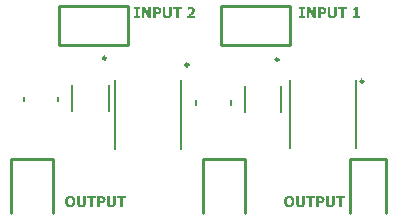
<source format=gbr>
%TF.GenerationSoftware,Altium Limited,Altium Designer,24.4.1 (13)*%
G04 Layer_Color=65535*
%FSLAX45Y45*%
%MOMM*%
%TF.SameCoordinates,7B1AB626-E082-4622-BD47-E970353866B2*%
%TF.FilePolarity,Positive*%
%TF.FileFunction,Legend,Top*%
%TF.Part,Single*%
G01*
G75*
%TA.AperFunction,NonConductor*%
%ADD18C,0.25000*%
%ADD19C,0.20000*%
%ADD20C,0.25400*%
G36*
X7712551Y12066905D02*
X7690358D01*
X7655020Y12130818D01*
Y12066905D01*
X7633970D01*
Y12158631D01*
X7662164D01*
X7691501Y12106053D01*
Y12158631D01*
X7712551D01*
Y12066905D01*
D02*
G37*
G36*
X7889716Y12100052D02*
Y12099861D01*
Y12099290D01*
X7889621Y12098433D01*
X7889526Y12097290D01*
X7889430Y12095861D01*
X7889240Y12094242D01*
X7888859Y12092432D01*
X7888478Y12090432D01*
X7888002Y12088431D01*
X7887335Y12086241D01*
X7886573Y12084050D01*
X7885620Y12081954D01*
X7884477Y12079859D01*
X7883239Y12077763D01*
X7881715Y12075858D01*
X7880001Y12074049D01*
X7879905Y12073953D01*
X7879524Y12073668D01*
X7878953Y12073191D01*
X7878191Y12072620D01*
X7877143Y12071953D01*
X7875905Y12071191D01*
X7874476Y12070334D01*
X7872762Y12069572D01*
X7870857Y12068715D01*
X7868666Y12067857D01*
X7866380Y12067096D01*
X7863808Y12066429D01*
X7860951Y12065857D01*
X7857903Y12065381D01*
X7854664Y12065095D01*
X7851235Y12065000D01*
X7850378D01*
X7849425Y12065095D01*
X7848187D01*
X7846663Y12065286D01*
X7844853Y12065476D01*
X7842853Y12065762D01*
X7840758Y12066143D01*
X7838472Y12066619D01*
X7836186Y12067191D01*
X7833804Y12067857D01*
X7831423Y12068715D01*
X7829137Y12069763D01*
X7826851Y12070906D01*
X7824756Y12072334D01*
X7822755Y12073858D01*
X7822660Y12073953D01*
X7822374Y12074239D01*
X7821803Y12074811D01*
X7821232Y12075573D01*
X7820470Y12076430D01*
X7819612Y12077573D01*
X7818755Y12078906D01*
X7817803Y12080526D01*
X7816850Y12082240D01*
X7815993Y12084145D01*
X7815135Y12086336D01*
X7814373Y12088622D01*
X7813802Y12091194D01*
X7813326Y12093956D01*
X7812945Y12096813D01*
X7812850Y12099957D01*
Y12158631D01*
X7835900D01*
Y12101386D01*
Y12101290D01*
Y12101004D01*
Y12100433D01*
X7835995Y12099861D01*
Y12099004D01*
X7836090Y12098147D01*
X7836186Y12097099D01*
X7836376Y12096051D01*
X7836757Y12093766D01*
X7837424Y12091384D01*
X7838281Y12089193D01*
X7838853Y12088146D01*
X7839424Y12087193D01*
Y12087098D01*
X7839615Y12087003D01*
X7840091Y12086431D01*
X7841043Y12085764D01*
X7841615Y12085288D01*
X7842282Y12084907D01*
X7843044Y12084431D01*
X7843901Y12084050D01*
X7844853Y12083574D01*
X7845901Y12083288D01*
X7847140Y12083002D01*
X7848378Y12082716D01*
X7849711Y12082621D01*
X7851235Y12082526D01*
X7851997D01*
X7852569Y12082621D01*
X7853140D01*
X7853902Y12082812D01*
X7855617Y12083097D01*
X7857522Y12083669D01*
X7859522Y12084431D01*
X7861332Y12085574D01*
X7862094Y12086241D01*
X7862856Y12087003D01*
Y12087098D01*
X7863046Y12087193D01*
X7863237Y12087479D01*
X7863427Y12087860D01*
X7863713Y12088336D01*
X7864094Y12088908D01*
X7864380Y12089670D01*
X7864761Y12090527D01*
X7865142Y12091384D01*
X7865427Y12092527D01*
X7865808Y12093670D01*
X7866094Y12095004D01*
X7866285Y12096337D01*
X7866475Y12097956D01*
X7866666Y12099576D01*
Y12101386D01*
Y12158631D01*
X7889716D01*
Y12100052D01*
D02*
G37*
G36*
X8054308Y12160440D02*
X8055737Y12160345D01*
X8057261Y12160155D01*
X8058975Y12159964D01*
X8060880Y12159583D01*
X8062881Y12159202D01*
X8064881Y12158726D01*
X8066976Y12158154D01*
X8068977Y12157488D01*
X8070977Y12156630D01*
X8072977Y12155583D01*
X8074787Y12154535D01*
X8076406Y12153201D01*
X8076502Y12153106D01*
X8076787Y12152820D01*
X8077168Y12152439D01*
X8077740Y12151868D01*
X8078406Y12151106D01*
X8079073Y12150249D01*
X8079835Y12149106D01*
X8080693Y12147963D01*
X8081454Y12146534D01*
X8082216Y12145010D01*
X8082883Y12143296D01*
X8083550Y12141486D01*
X8084122Y12139486D01*
X8084503Y12137390D01*
X8084788Y12135104D01*
X8084883Y12132723D01*
Y12132627D01*
Y12132342D01*
Y12131961D01*
X8084788Y12131294D01*
Y12130627D01*
X8084693Y12129770D01*
X8084598Y12128817D01*
X8084407Y12127674D01*
X8083931Y12125293D01*
X8083264Y12122626D01*
X8082312Y12119769D01*
X8080978Y12116816D01*
Y12116721D01*
X8080788Y12116435D01*
X8080597Y12116054D01*
X8080216Y12115483D01*
X8079835Y12114720D01*
X8079264Y12113863D01*
X8078692Y12112911D01*
X8077930Y12111768D01*
X8077168Y12110625D01*
X8076216Y12109291D01*
X8075168Y12107958D01*
X8074025Y12106434D01*
X8072787Y12104910D01*
X8071358Y12103386D01*
X8069929Y12101671D01*
X8068310Y12100052D01*
X8068215Y12099957D01*
X8068024Y12099766D01*
X8067739Y12099480D01*
X8067357Y12099099D01*
X8066881Y12098623D01*
X8066310Y12098052D01*
X8064881Y12096718D01*
X8063262Y12095194D01*
X8061452Y12093575D01*
X8059547Y12091860D01*
X8057547Y12090241D01*
X8057452D01*
X8057356Y12090051D01*
X8057070Y12089860D01*
X8056690Y12089574D01*
X8055737Y12088813D01*
X8054594Y12087860D01*
X8053356Y12086907D01*
X8052117Y12085860D01*
X8050974Y12085003D01*
X8049927Y12084240D01*
X8088884D01*
Y12066905D01*
X8021447D01*
Y12081859D01*
X8021542Y12081954D01*
X8021828Y12082145D01*
X8022304Y12082526D01*
X8022876Y12083002D01*
X8023638Y12083574D01*
X8024495Y12084336D01*
X8025447Y12085098D01*
X8026495Y12085955D01*
X8028876Y12087955D01*
X8031448Y12090146D01*
X8034115Y12092337D01*
X8036687Y12094623D01*
X8036782Y12094718D01*
X8036973Y12094908D01*
X8037354Y12095194D01*
X8037830Y12095670D01*
X8038402Y12096242D01*
X8039163Y12096813D01*
X8040783Y12098337D01*
X8042688Y12100147D01*
X8044688Y12102052D01*
X8046783Y12104053D01*
X8048784Y12106148D01*
X8048879Y12106243D01*
X8049070Y12106434D01*
X8049450Y12106815D01*
X8049832Y12107386D01*
X8050403Y12107958D01*
X8051070Y12108720D01*
X8052499Y12110434D01*
X8054118Y12112339D01*
X8055737Y12114435D01*
X8057166Y12116530D01*
X8058499Y12118626D01*
Y12118721D01*
X8058594Y12118911D01*
X8058785Y12119197D01*
X8058975Y12119578D01*
X8059166Y12120054D01*
X8059452Y12120626D01*
X8060023Y12122055D01*
X8060595Y12123674D01*
X8061071Y12125579D01*
X8061452Y12127579D01*
X8061547Y12129675D01*
Y12129770D01*
Y12129960D01*
Y12130341D01*
X8061452Y12130723D01*
Y12131294D01*
X8061357Y12131866D01*
X8061071Y12133389D01*
X8060595Y12134913D01*
X8059928Y12136628D01*
X8058975Y12138152D01*
X8057642Y12139581D01*
X8057452Y12139771D01*
X8056975Y12140152D01*
X8056118Y12140628D01*
X8054880Y12141295D01*
X8053356Y12141962D01*
X8051546Y12142438D01*
X8049450Y12142819D01*
X8046974Y12143010D01*
X8045736D01*
X8044879Y12142914D01*
X8043831Y12142819D01*
X8042783Y12142629D01*
X8040402Y12142057D01*
X8040306D01*
X8039830Y12141867D01*
X8039259Y12141676D01*
X8038402Y12141486D01*
X8037449Y12141105D01*
X8036401Y12140819D01*
X8034115Y12139866D01*
X8034020Y12139771D01*
X8033639Y12139581D01*
X8032972Y12139295D01*
X8032305Y12139009D01*
X8031448Y12138533D01*
X8030496Y12138057D01*
X8028686Y12136914D01*
X8028591Y12136818D01*
X8028305Y12136723D01*
X8027924Y12136437D01*
X8027448Y12136152D01*
X8026400Y12135390D01*
X8025829Y12135104D01*
X8025352Y12134818D01*
X8023638D01*
Y12154726D01*
X8023828Y12154821D01*
X8024400Y12155011D01*
X8025257Y12155392D01*
X8025924Y12155678D01*
X8026590Y12155964D01*
X8027353Y12156154D01*
X8028305Y12156535D01*
X8029257Y12156821D01*
X8030305Y12157107D01*
X8031543Y12157488D01*
X8032877Y12157869D01*
X8034210Y12158154D01*
X8035734Y12158536D01*
X8035830D01*
X8036115Y12158631D01*
X8036592Y12158726D01*
X8037163Y12158821D01*
X8037925Y12159012D01*
X8038783Y12159202D01*
X8039735Y12159393D01*
X8040878Y12159583D01*
X8043259Y12159869D01*
X8045926Y12160250D01*
X8048784Y12160440D01*
X8051641Y12160536D01*
X8053165D01*
X8054308Y12160440D01*
D02*
G37*
G36*
X7975251Y12141105D02*
X7948104D01*
Y12066905D01*
X7925054D01*
Y12141105D01*
X7897908D01*
Y12158631D01*
X7975251D01*
Y12141105D01*
D02*
G37*
G36*
X7769606Y12158536D02*
X7770463D01*
X7771511Y12158440D01*
X7773606Y12158250D01*
X7775893Y12157964D01*
X7778274Y12157583D01*
X7780464Y12157107D01*
X7780560D01*
X7780750Y12157011D01*
X7781036Y12156916D01*
X7781417Y12156821D01*
X7781988Y12156726D01*
X7782560Y12156535D01*
X7783989Y12155964D01*
X7785608Y12155392D01*
X7787323Y12154535D01*
X7789132Y12153678D01*
X7790942Y12152535D01*
X7791037D01*
X7791133Y12152344D01*
X7791418Y12152154D01*
X7791799Y12151868D01*
X7792752Y12151106D01*
X7793895Y12150058D01*
X7795133Y12148820D01*
X7796466Y12147201D01*
X7797800Y12145391D01*
X7798943Y12143296D01*
Y12143200D01*
X7799038Y12143010D01*
X7799229Y12142724D01*
X7799419Y12142248D01*
X7799610Y12141771D01*
X7799895Y12141105D01*
X7800086Y12140343D01*
X7800372Y12139486D01*
X7800943Y12137485D01*
X7801324Y12135104D01*
X7801705Y12132532D01*
X7801800Y12129675D01*
Y12129579D01*
Y12129389D01*
Y12129008D01*
Y12128532D01*
X7801705Y12127960D01*
Y12127293D01*
X7801515Y12125674D01*
X7801324Y12123864D01*
X7800943Y12121769D01*
X7800372Y12119578D01*
X7799705Y12117387D01*
Y12117292D01*
X7799610Y12117102D01*
X7799514Y12116816D01*
X7799324Y12116435D01*
X7798848Y12115387D01*
X7798276Y12114054D01*
X7797419Y12112530D01*
X7796371Y12110910D01*
X7795228Y12109291D01*
X7793895Y12107767D01*
X7793800Y12107672D01*
X7793514Y12107386D01*
X7793037Y12106910D01*
X7792371Y12106338D01*
X7791609Y12105672D01*
X7790656Y12104910D01*
X7788656Y12103290D01*
X7788561Y12103195D01*
X7788180Y12103005D01*
X7787608Y12102624D01*
X7786846Y12102147D01*
X7785989Y12101576D01*
X7784941Y12101004D01*
X7783798Y12100433D01*
X7782560Y12099861D01*
X7782370Y12099766D01*
X7781988Y12099671D01*
X7781226Y12099385D01*
X7780369Y12099099D01*
X7779226Y12098718D01*
X7777988Y12098337D01*
X7776559Y12097956D01*
X7775130Y12097671D01*
X7774940D01*
X7774464Y12097576D01*
X7773606Y12097480D01*
X7772559Y12097290D01*
X7771225Y12097194D01*
X7769796Y12097004D01*
X7768082Y12096909D01*
X7754271D01*
Y12066905D01*
X7731220D01*
Y12158631D01*
X7768749D01*
X7769606Y12158536D01*
D02*
G37*
G36*
X7618539Y12142629D02*
X7605395D01*
Y12082907D01*
X7618539D01*
Y12066905D01*
X7569200D01*
Y12082907D01*
X7582344D01*
Y12142629D01*
X7569200D01*
Y12158631D01*
X7618539D01*
Y12142629D01*
D02*
G37*
G36*
X9109551Y12066905D02*
X9087358D01*
X9052020Y12130818D01*
Y12066905D01*
X9030970D01*
Y12158631D01*
X9059164D01*
X9088501Y12106053D01*
Y12158631D01*
X9109551D01*
Y12066905D01*
D02*
G37*
G36*
X9286716Y12100052D02*
Y12099861D01*
Y12099290D01*
X9286621Y12098433D01*
X9286526Y12097290D01*
X9286430Y12095861D01*
X9286240Y12094242D01*
X9285859Y12092432D01*
X9285478Y12090432D01*
X9285002Y12088431D01*
X9284335Y12086241D01*
X9283573Y12084050D01*
X9282620Y12081954D01*
X9281477Y12079859D01*
X9280239Y12077763D01*
X9278715Y12075858D01*
X9277001Y12074049D01*
X9276905Y12073953D01*
X9276524Y12073668D01*
X9275953Y12073191D01*
X9275191Y12072620D01*
X9274143Y12071953D01*
X9272905Y12071191D01*
X9271476Y12070334D01*
X9269762Y12069572D01*
X9267857Y12068715D01*
X9265666Y12067857D01*
X9263380Y12067096D01*
X9260808Y12066429D01*
X9257951Y12065857D01*
X9254903Y12065381D01*
X9251664Y12065095D01*
X9248235Y12065000D01*
X9247378D01*
X9246425Y12065095D01*
X9245187D01*
X9243663Y12065286D01*
X9241853Y12065476D01*
X9239853Y12065762D01*
X9237758Y12066143D01*
X9235472Y12066619D01*
X9233186Y12067191D01*
X9230804Y12067857D01*
X9228423Y12068715D01*
X9226137Y12069763D01*
X9223851Y12070906D01*
X9221756Y12072334D01*
X9219755Y12073858D01*
X9219660Y12073953D01*
X9219374Y12074239D01*
X9218803Y12074811D01*
X9218231Y12075573D01*
X9217469Y12076430D01*
X9216612Y12077573D01*
X9215755Y12078906D01*
X9214803Y12080526D01*
X9213850Y12082240D01*
X9212993Y12084145D01*
X9212135Y12086336D01*
X9211373Y12088622D01*
X9210802Y12091194D01*
X9210326Y12093956D01*
X9209945Y12096813D01*
X9209849Y12099957D01*
Y12158631D01*
X9232900D01*
Y12101386D01*
Y12101290D01*
Y12101004D01*
Y12100433D01*
X9232995Y12099861D01*
Y12099004D01*
X9233090Y12098147D01*
X9233186Y12097099D01*
X9233376Y12096051D01*
X9233757Y12093766D01*
X9234424Y12091384D01*
X9235281Y12089193D01*
X9235853Y12088146D01*
X9236424Y12087193D01*
Y12087098D01*
X9236615Y12087003D01*
X9237091Y12086431D01*
X9238043Y12085764D01*
X9238615Y12085288D01*
X9239282Y12084907D01*
X9240044Y12084431D01*
X9240901Y12084050D01*
X9241853Y12083574D01*
X9242901Y12083288D01*
X9244140Y12083002D01*
X9245378Y12082716D01*
X9246711Y12082621D01*
X9248235Y12082526D01*
X9248997D01*
X9249569Y12082621D01*
X9250140D01*
X9250902Y12082812D01*
X9252617Y12083097D01*
X9254522Y12083669D01*
X9256522Y12084431D01*
X9258332Y12085574D01*
X9259094Y12086241D01*
X9259856Y12087003D01*
Y12087098D01*
X9260046Y12087193D01*
X9260237Y12087479D01*
X9260427Y12087860D01*
X9260713Y12088336D01*
X9261094Y12088908D01*
X9261380Y12089670D01*
X9261761Y12090527D01*
X9262142Y12091384D01*
X9262427Y12092527D01*
X9262808Y12093670D01*
X9263094Y12095004D01*
X9263285Y12096337D01*
X9263475Y12097956D01*
X9263666Y12099576D01*
Y12101386D01*
Y12158631D01*
X9286716D01*
Y12100052D01*
D02*
G37*
G36*
X9462833Y12082907D02*
X9481788D01*
Y12066905D01*
X9421114D01*
Y12082907D01*
X9440450D01*
Y12131484D01*
X9421114D01*
Y12146439D01*
X9422638D01*
X9423781Y12146534D01*
X9425019D01*
X9426448Y12146629D01*
X9427972Y12146724D01*
X9429496Y12146915D01*
X9429686D01*
X9430163Y12147010D01*
X9430925Y12147201D01*
X9431877Y12147391D01*
X9433020Y12147582D01*
X9434163Y12147963D01*
X9435211Y12148248D01*
X9436259Y12148725D01*
X9436354Y12148820D01*
X9436735Y12149010D01*
X9437306Y12149296D01*
X9437973Y12149773D01*
X9438640Y12150344D01*
X9439402Y12151106D01*
X9440164Y12151868D01*
X9440831Y12152725D01*
X9440926Y12152820D01*
X9441116Y12153201D01*
X9441402Y12153678D01*
X9441688Y12154440D01*
X9441974Y12155297D01*
X9442260Y12156345D01*
X9442545Y12157583D01*
X9442640Y12158916D01*
X9462833D01*
Y12082907D01*
D02*
G37*
G36*
X9372251Y12141105D02*
X9345104D01*
Y12066905D01*
X9322054D01*
Y12141105D01*
X9294908D01*
Y12158631D01*
X9372251D01*
Y12141105D01*
D02*
G37*
G36*
X9166606Y12158536D02*
X9167463D01*
X9168511Y12158440D01*
X9170606Y12158250D01*
X9172893Y12157964D01*
X9175274Y12157583D01*
X9177464Y12157107D01*
X9177560D01*
X9177750Y12157011D01*
X9178036Y12156916D01*
X9178417Y12156821D01*
X9178988Y12156726D01*
X9179560Y12156535D01*
X9180989Y12155964D01*
X9182608Y12155392D01*
X9184323Y12154535D01*
X9186132Y12153678D01*
X9187942Y12152535D01*
X9188037D01*
X9188133Y12152344D01*
X9188418Y12152154D01*
X9188799Y12151868D01*
X9189752Y12151106D01*
X9190895Y12150058D01*
X9192133Y12148820D01*
X9193466Y12147201D01*
X9194800Y12145391D01*
X9195943Y12143296D01*
Y12143200D01*
X9196038Y12143010D01*
X9196229Y12142724D01*
X9196419Y12142248D01*
X9196610Y12141771D01*
X9196895Y12141105D01*
X9197086Y12140343D01*
X9197372Y12139486D01*
X9197943Y12137485D01*
X9198324Y12135104D01*
X9198705Y12132532D01*
X9198800Y12129675D01*
Y12129579D01*
Y12129389D01*
Y12129008D01*
Y12128532D01*
X9198705Y12127960D01*
Y12127293D01*
X9198515Y12125674D01*
X9198324Y12123864D01*
X9197943Y12121769D01*
X9197372Y12119578D01*
X9196705Y12117387D01*
Y12117292D01*
X9196610Y12117102D01*
X9196514Y12116816D01*
X9196324Y12116435D01*
X9195848Y12115387D01*
X9195276Y12114054D01*
X9194419Y12112530D01*
X9193371Y12110910D01*
X9192228Y12109291D01*
X9190895Y12107767D01*
X9190799Y12107672D01*
X9190514Y12107386D01*
X9190037Y12106910D01*
X9189371Y12106338D01*
X9188609Y12105672D01*
X9187656Y12104910D01*
X9185656Y12103290D01*
X9185561Y12103195D01*
X9185180Y12103005D01*
X9184608Y12102624D01*
X9183846Y12102147D01*
X9182989Y12101576D01*
X9181941Y12101004D01*
X9180798Y12100433D01*
X9179560Y12099861D01*
X9179369Y12099766D01*
X9178988Y12099671D01*
X9178226Y12099385D01*
X9177369Y12099099D01*
X9176226Y12098718D01*
X9174988Y12098337D01*
X9173559Y12097956D01*
X9172130Y12097671D01*
X9171940D01*
X9171464Y12097576D01*
X9170606Y12097480D01*
X9169559Y12097290D01*
X9168225Y12097194D01*
X9166796Y12097004D01*
X9165082Y12096909D01*
X9151271D01*
Y12066905D01*
X9128220D01*
Y12158631D01*
X9165749D01*
X9166606Y12158536D01*
D02*
G37*
G36*
X9015539Y12142629D02*
X9002395D01*
Y12082907D01*
X9015539D01*
Y12066905D01*
X8966200D01*
Y12082907D01*
X8979344D01*
Y12142629D01*
X8966200D01*
Y12158631D01*
X9015539D01*
Y12142629D01*
D02*
G37*
G36*
X9270778Y10499852D02*
Y10499661D01*
Y10499090D01*
X9270682Y10498233D01*
X9270587Y10497090D01*
X9270492Y10495661D01*
X9270301Y10494042D01*
X9269920Y10492232D01*
X9269539Y10490232D01*
X9269063Y10488231D01*
X9268396Y10486041D01*
X9267634Y10483850D01*
X9266682Y10481754D01*
X9265539Y10479659D01*
X9264301Y10477563D01*
X9262777Y10475659D01*
X9261062Y10473849D01*
X9260967Y10473753D01*
X9260586Y10473468D01*
X9260014Y10472991D01*
X9259252Y10472420D01*
X9258205Y10471753D01*
X9256966Y10470991D01*
X9255538Y10470134D01*
X9253823Y10469372D01*
X9251918Y10468515D01*
X9249728Y10467657D01*
X9247441Y10466895D01*
X9244870Y10466229D01*
X9242012Y10465657D01*
X9238964Y10465181D01*
X9235726Y10464895D01*
X9232297Y10464800D01*
X9231439D01*
X9230487Y10464895D01*
X9229249D01*
X9227725Y10465086D01*
X9225915Y10465276D01*
X9223915Y10465562D01*
X9221819Y10465943D01*
X9219533Y10466419D01*
X9217247Y10466991D01*
X9214866Y10467657D01*
X9212485Y10468515D01*
X9210199Y10469563D01*
X9207913Y10470705D01*
X9205817Y10472134D01*
X9203817Y10473658D01*
X9203722Y10473753D01*
X9203436Y10474039D01*
X9202864Y10474611D01*
X9202293Y10475373D01*
X9201531Y10476230D01*
X9200674Y10477373D01*
X9199816Y10478706D01*
X9198864Y10480326D01*
X9197911Y10482040D01*
X9197054Y10483945D01*
X9196197Y10486136D01*
X9195435Y10488422D01*
X9194863Y10490994D01*
X9194387Y10493756D01*
X9194006Y10496613D01*
X9193911Y10499757D01*
Y10558431D01*
X9216961D01*
Y10501186D01*
Y10501090D01*
Y10500804D01*
Y10500233D01*
X9217057Y10499661D01*
Y10498804D01*
X9217152Y10497947D01*
X9217247Y10496899D01*
X9217438Y10495851D01*
X9217819Y10493566D01*
X9218485Y10491184D01*
X9219343Y10488993D01*
X9219914Y10487946D01*
X9220486Y10486993D01*
Y10486898D01*
X9220676Y10486803D01*
X9221152Y10486231D01*
X9222105Y10485564D01*
X9222676Y10485088D01*
X9223343Y10484707D01*
X9224105Y10484231D01*
X9224962Y10483850D01*
X9225915Y10483374D01*
X9226963Y10483088D01*
X9228201Y10482802D01*
X9229439Y10482516D01*
X9230773Y10482421D01*
X9232297Y10482326D01*
X9233059D01*
X9233630Y10482421D01*
X9234202D01*
X9234964Y10482612D01*
X9236678Y10482897D01*
X9238583Y10483469D01*
X9240583Y10484231D01*
X9242393Y10485374D01*
X9243155Y10486041D01*
X9243917Y10486803D01*
Y10486898D01*
X9244108Y10486993D01*
X9244298Y10487279D01*
X9244489Y10487660D01*
X9244774Y10488136D01*
X9245155Y10488708D01*
X9245441Y10489470D01*
X9245822Y10490327D01*
X9246203Y10491184D01*
X9246489Y10492327D01*
X9246870Y10493470D01*
X9247156Y10494804D01*
X9247346Y10496137D01*
X9247537Y10497756D01*
X9247727Y10499376D01*
Y10501186D01*
Y10558431D01*
X9270778D01*
Y10499852D01*
D02*
G37*
G36*
X9017318D02*
Y10499661D01*
Y10499090D01*
X9017222Y10498233D01*
X9017127Y10497090D01*
X9017032Y10495661D01*
X9016841Y10494042D01*
X9016460Y10492232D01*
X9016079Y10490232D01*
X9015603Y10488231D01*
X9014936Y10486041D01*
X9014174Y10483850D01*
X9013222Y10481754D01*
X9012079Y10479659D01*
X9010840Y10477563D01*
X9009316Y10475659D01*
X9007602Y10473849D01*
X9007507Y10473753D01*
X9007126Y10473468D01*
X9006554Y10472991D01*
X9005792Y10472420D01*
X9004744Y10471753D01*
X9003506Y10470991D01*
X9002078Y10470134D01*
X9000363Y10469372D01*
X8998458Y10468515D01*
X8996267Y10467657D01*
X8993981Y10466895D01*
X8991409Y10466229D01*
X8988552Y10465657D01*
X8985504Y10465181D01*
X8982265Y10464895D01*
X8978836Y10464800D01*
X8977979D01*
X8977027Y10464895D01*
X8975789D01*
X8974264Y10465086D01*
X8972455Y10465276D01*
X8970454Y10465562D01*
X8968359Y10465943D01*
X8966073Y10466419D01*
X8963787Y10466991D01*
X8961406Y10467657D01*
X8959024Y10468515D01*
X8956739Y10469563D01*
X8954452Y10470705D01*
X8952357Y10472134D01*
X8950357Y10473658D01*
X8950261Y10473753D01*
X8949976Y10474039D01*
X8949404Y10474611D01*
X8948833Y10475373D01*
X8948071Y10476230D01*
X8947213Y10477373D01*
X8946356Y10478706D01*
X8945404Y10480326D01*
X8944451Y10482040D01*
X8943594Y10483945D01*
X8942737Y10486136D01*
X8941975Y10488422D01*
X8941403Y10490994D01*
X8940927Y10493756D01*
X8940546Y10496613D01*
X8940451Y10499757D01*
Y10558431D01*
X8963501D01*
Y10501186D01*
Y10501090D01*
Y10500804D01*
Y10500233D01*
X8963596Y10499661D01*
Y10498804D01*
X8963692Y10497947D01*
X8963787Y10496899D01*
X8963978Y10495851D01*
X8964359Y10493566D01*
X8965025Y10491184D01*
X8965882Y10488993D01*
X8966454Y10487946D01*
X8967025Y10486993D01*
Y10486898D01*
X8967216Y10486803D01*
X8967692Y10486231D01*
X8968645Y10485564D01*
X8969216Y10485088D01*
X8969883Y10484707D01*
X8970645Y10484231D01*
X8971502Y10483850D01*
X8972455Y10483374D01*
X8973502Y10483088D01*
X8974741Y10482802D01*
X8975979Y10482516D01*
X8977312Y10482421D01*
X8978836Y10482326D01*
X8979599D01*
X8980170Y10482421D01*
X8980741D01*
X8981503Y10482612D01*
X8983218Y10482897D01*
X8985123Y10483469D01*
X8987123Y10484231D01*
X8988933Y10485374D01*
X8989695Y10486041D01*
X8990457Y10486803D01*
Y10486898D01*
X8990648Y10486993D01*
X8990838Y10487279D01*
X8991029Y10487660D01*
X8991314Y10488136D01*
X8991695Y10488708D01*
X8991981Y10489470D01*
X8992362Y10490327D01*
X8992743Y10491184D01*
X8993029Y10492327D01*
X8993410Y10493470D01*
X8993695Y10494804D01*
X8993886Y10496137D01*
X8994076Y10497756D01*
X8994267Y10499376D01*
Y10501186D01*
Y10558431D01*
X9017318D01*
Y10499852D01*
D02*
G37*
G36*
X9356312Y10540905D02*
X9329166D01*
Y10466705D01*
X9306115D01*
Y10540905D01*
X9278969D01*
Y10558431D01*
X9356312D01*
Y10540905D01*
D02*
G37*
G36*
X9150668Y10558336D02*
X9151525D01*
X9152572Y10558240D01*
X9154668Y10558050D01*
X9156954Y10557764D01*
X9159335Y10557383D01*
X9161526Y10556907D01*
X9161621D01*
X9161812Y10556811D01*
X9162098Y10556716D01*
X9162479Y10556621D01*
X9163050Y10556526D01*
X9163621Y10556335D01*
X9165050Y10555764D01*
X9166669Y10555192D01*
X9168384Y10554335D01*
X9170194Y10553478D01*
X9172003Y10552335D01*
X9172099D01*
X9172194Y10552144D01*
X9172480Y10551954D01*
X9172861Y10551668D01*
X9173813Y10550906D01*
X9174956Y10549858D01*
X9176194Y10548620D01*
X9177528Y10547001D01*
X9178861Y10545191D01*
X9180004Y10543096D01*
Y10543000D01*
X9180100Y10542810D01*
X9180290Y10542524D01*
X9180481Y10542048D01*
X9180671Y10541571D01*
X9180957Y10540905D01*
X9181148Y10540143D01*
X9181433Y10539286D01*
X9182005Y10537285D01*
X9182386Y10534904D01*
X9182767Y10532332D01*
X9182862Y10529475D01*
Y10529379D01*
Y10529189D01*
Y10528808D01*
Y10528332D01*
X9182767Y10527760D01*
Y10527093D01*
X9182576Y10525474D01*
X9182386Y10523664D01*
X9182005Y10521569D01*
X9181433Y10519378D01*
X9180766Y10517188D01*
Y10517092D01*
X9180671Y10516902D01*
X9180576Y10516616D01*
X9180385Y10516235D01*
X9179909Y10515187D01*
X9179338Y10513854D01*
X9178480Y10512330D01*
X9177433Y10510711D01*
X9176290Y10509091D01*
X9174956Y10507567D01*
X9174861Y10507472D01*
X9174575Y10507186D01*
X9174099Y10506710D01*
X9173432Y10506138D01*
X9172670Y10505472D01*
X9171718Y10504710D01*
X9169718Y10503091D01*
X9169622Y10502995D01*
X9169241Y10502805D01*
X9168670Y10502424D01*
X9167908Y10501947D01*
X9167050Y10501376D01*
X9166003Y10500804D01*
X9164860Y10500233D01*
X9163621Y10499661D01*
X9163431Y10499566D01*
X9163050Y10499471D01*
X9162288Y10499185D01*
X9161431Y10498899D01*
X9160288Y10498518D01*
X9159049Y10498137D01*
X9157621Y10497756D01*
X9156192Y10497471D01*
X9156001D01*
X9155525Y10497376D01*
X9154668Y10497280D01*
X9153620Y10497090D01*
X9152287Y10496994D01*
X9150858Y10496804D01*
X9149143Y10496709D01*
X9135332D01*
Y10466705D01*
X9112282D01*
Y10558431D01*
X9149810D01*
X9150668Y10558336D01*
D02*
G37*
G36*
X9102852Y10540905D02*
X9075706D01*
Y10466705D01*
X9052655D01*
Y10540905D01*
X9025509D01*
Y10558431D01*
X9102852D01*
Y10540905D01*
D02*
G37*
G36*
X8885587Y10560241D02*
X8887015Y10560145D01*
X8888730Y10559955D01*
X8890825Y10559669D01*
X8893016Y10559288D01*
X8895493Y10558716D01*
X8898064Y10558050D01*
X8900731Y10557192D01*
X8903399Y10556145D01*
X8906161Y10554906D01*
X8908828Y10553478D01*
X8911399Y10551763D01*
X8913971Y10549763D01*
X8916257Y10547477D01*
X8916353Y10547286D01*
X8916733Y10546906D01*
X8917400Y10546143D01*
X8918162Y10545096D01*
X8919019Y10543858D01*
X8920067Y10542238D01*
X8921115Y10540428D01*
X8922258Y10538333D01*
X8923306Y10535952D01*
X8924353Y10533380D01*
X8925401Y10530427D01*
X8926354Y10527379D01*
X8927020Y10523950D01*
X8927687Y10520426D01*
X8928068Y10516616D01*
X8928163Y10512520D01*
Y10512425D01*
Y10512234D01*
Y10511949D01*
Y10511568D01*
Y10510996D01*
X8928068Y10510425D01*
Y10509663D01*
X8927973Y10508806D01*
X8927783Y10506996D01*
X8927497Y10504805D01*
X8927211Y10502424D01*
X8926639Y10499757D01*
X8926068Y10496994D01*
X8925306Y10494137D01*
X8924258Y10491279D01*
X8923115Y10488327D01*
X8921782Y10485469D01*
X8920163Y10482612D01*
X8918353Y10479945D01*
X8916257Y10477468D01*
X8916162Y10477373D01*
X8915686Y10476897D01*
X8915019Y10476325D01*
X8914066Y10475468D01*
X8912828Y10474515D01*
X8911399Y10473468D01*
X8909685Y10472325D01*
X8907685Y10471182D01*
X8905494Y10469943D01*
X8903017Y10468800D01*
X8900350Y10467753D01*
X8897493Y10466800D01*
X8894350Y10465943D01*
X8890921Y10465371D01*
X8887396Y10464990D01*
X8883586Y10464800D01*
X8882634D01*
X8882158Y10464895D01*
X8881586D01*
X8880157Y10464990D01*
X8878443Y10465181D01*
X8876443Y10465467D01*
X8874157Y10465848D01*
X8871775Y10466419D01*
X8869204Y10467086D01*
X8866537Y10467943D01*
X8863774Y10468991D01*
X8861107Y10470229D01*
X8858440Y10471658D01*
X8855773Y10473373D01*
X8853297Y10475373D01*
X8851011Y10477659D01*
X8850916Y10477849D01*
X8850535Y10478230D01*
X8849963Y10478992D01*
X8849201Y10480040D01*
X8848249Y10481278D01*
X8847296Y10482897D01*
X8846249Y10484707D01*
X8845105Y10486803D01*
X8843963Y10489184D01*
X8842915Y10491851D01*
X8841962Y10494708D01*
X8841010Y10497756D01*
X8840248Y10501090D01*
X8839676Y10504710D01*
X8839295Y10508520D01*
X8839200Y10512520D01*
Y10512616D01*
Y10512806D01*
Y10513092D01*
Y10513473D01*
X8839295Y10514044D01*
Y10514616D01*
X8839390Y10516140D01*
X8839581Y10518045D01*
X8839867Y10520236D01*
X8840153Y10522617D01*
X8840724Y10525188D01*
X8841295Y10527951D01*
X8842057Y10530808D01*
X8843010Y10533666D01*
X8844153Y10536618D01*
X8845582Y10539476D01*
X8847106Y10542333D01*
X8848915Y10545001D01*
X8851011Y10547477D01*
X8851106Y10547668D01*
X8851583Y10548048D01*
X8852249Y10548620D01*
X8853202Y10549477D01*
X8854345Y10550430D01*
X8855869Y10551573D01*
X8857583Y10552716D01*
X8859488Y10553954D01*
X8861679Y10555097D01*
X8864155Y10556240D01*
X8866823Y10557383D01*
X8869775Y10558336D01*
X8872919Y10559193D01*
X8876252Y10559764D01*
X8879776Y10560241D01*
X8883586Y10560336D01*
X8885015D01*
X8885587Y10560241D01*
D02*
G37*
G36*
X7416578Y10499852D02*
Y10499661D01*
Y10499090D01*
X7416482Y10498233D01*
X7416387Y10497090D01*
X7416292Y10495661D01*
X7416102Y10494042D01*
X7415720Y10492232D01*
X7415339Y10490232D01*
X7414863Y10488231D01*
X7414196Y10486041D01*
X7413434Y10483850D01*
X7412482Y10481754D01*
X7411339Y10479659D01*
X7410101Y10477563D01*
X7408577Y10475659D01*
X7406862Y10473849D01*
X7406767Y10473753D01*
X7406386Y10473468D01*
X7405814Y10472991D01*
X7405052Y10472420D01*
X7404005Y10471753D01*
X7402766Y10470991D01*
X7401338Y10470134D01*
X7399623Y10469372D01*
X7397718Y10468515D01*
X7395528Y10467657D01*
X7393242Y10466895D01*
X7390670Y10466229D01*
X7387812Y10465657D01*
X7384764Y10465181D01*
X7381526Y10464895D01*
X7378097Y10464800D01*
X7377239D01*
X7376287Y10464895D01*
X7375049D01*
X7373525Y10465086D01*
X7371715Y10465276D01*
X7369715Y10465562D01*
X7367619Y10465943D01*
X7365333Y10466419D01*
X7363047Y10466991D01*
X7360666Y10467657D01*
X7358285Y10468515D01*
X7355999Y10469563D01*
X7353713Y10470705D01*
X7351617Y10472134D01*
X7349617Y10473658D01*
X7349522Y10473753D01*
X7349236Y10474039D01*
X7348664Y10474611D01*
X7348093Y10475373D01*
X7347331Y10476230D01*
X7346474Y10477373D01*
X7345616Y10478706D01*
X7344664Y10480326D01*
X7343712Y10482040D01*
X7342854Y10483945D01*
X7341997Y10486136D01*
X7341235Y10488422D01*
X7340663Y10490994D01*
X7340187Y10493756D01*
X7339806Y10496613D01*
X7339711Y10499757D01*
Y10558431D01*
X7362762D01*
Y10501186D01*
Y10501090D01*
Y10500804D01*
Y10500233D01*
X7362857Y10499661D01*
Y10498804D01*
X7362952Y10497947D01*
X7363047Y10496899D01*
X7363238Y10495851D01*
X7363619Y10493566D01*
X7364285Y10491184D01*
X7365143Y10488993D01*
X7365714Y10487946D01*
X7366286Y10486993D01*
Y10486898D01*
X7366476Y10486803D01*
X7366952Y10486231D01*
X7367905Y10485564D01*
X7368476Y10485088D01*
X7369143Y10484707D01*
X7369905Y10484231D01*
X7370762Y10483850D01*
X7371715Y10483374D01*
X7372763Y10483088D01*
X7374001Y10482802D01*
X7375239Y10482516D01*
X7376573Y10482421D01*
X7378097Y10482326D01*
X7378859D01*
X7379430Y10482421D01*
X7380002D01*
X7380764Y10482612D01*
X7382478Y10482897D01*
X7384383Y10483469D01*
X7386383Y10484231D01*
X7388193Y10485374D01*
X7388955Y10486041D01*
X7389717Y10486803D01*
Y10486898D01*
X7389908Y10486993D01*
X7390098Y10487279D01*
X7390289Y10487660D01*
X7390574Y10488136D01*
X7390955Y10488708D01*
X7391241Y10489470D01*
X7391622Y10490327D01*
X7392003Y10491184D01*
X7392289Y10492327D01*
X7392670Y10493470D01*
X7392956Y10494804D01*
X7393146Y10496137D01*
X7393337Y10497756D01*
X7393527Y10499376D01*
Y10501186D01*
Y10558431D01*
X7416578D01*
Y10499852D01*
D02*
G37*
G36*
X7163117D02*
Y10499661D01*
Y10499090D01*
X7163022Y10498233D01*
X7162927Y10497090D01*
X7162832Y10495661D01*
X7162641Y10494042D01*
X7162260Y10492232D01*
X7161879Y10490232D01*
X7161403Y10488231D01*
X7160736Y10486041D01*
X7159974Y10483850D01*
X7159022Y10481754D01*
X7157879Y10479659D01*
X7156640Y10477563D01*
X7155116Y10475659D01*
X7153402Y10473849D01*
X7153307Y10473753D01*
X7152926Y10473468D01*
X7152354Y10472991D01*
X7151592Y10472420D01*
X7150544Y10471753D01*
X7149306Y10470991D01*
X7147877Y10470134D01*
X7146163Y10469372D01*
X7144258Y10468515D01*
X7142067Y10467657D01*
X7139781Y10466895D01*
X7137210Y10466229D01*
X7134352Y10465657D01*
X7131304Y10465181D01*
X7128065Y10464895D01*
X7124636Y10464800D01*
X7123779D01*
X7122827Y10464895D01*
X7121589D01*
X7120064Y10465086D01*
X7118255Y10465276D01*
X7116254Y10465562D01*
X7114159Y10465943D01*
X7111873Y10466419D01*
X7109587Y10466991D01*
X7107206Y10467657D01*
X7104824Y10468515D01*
X7102538Y10469563D01*
X7100253Y10470705D01*
X7098157Y10472134D01*
X7096157Y10473658D01*
X7096062Y10473753D01*
X7095776Y10474039D01*
X7095204Y10474611D01*
X7094633Y10475373D01*
X7093871Y10476230D01*
X7093013Y10477373D01*
X7092156Y10478706D01*
X7091204Y10480326D01*
X7090251Y10482040D01*
X7089394Y10483945D01*
X7088537Y10486136D01*
X7087775Y10488422D01*
X7087203Y10490994D01*
X7086727Y10493756D01*
X7086346Y10496613D01*
X7086251Y10499757D01*
Y10558431D01*
X7109301D01*
Y10501186D01*
Y10501090D01*
Y10500804D01*
Y10500233D01*
X7109396Y10499661D01*
Y10498804D01*
X7109492Y10497947D01*
X7109587Y10496899D01*
X7109777Y10495851D01*
X7110159Y10493566D01*
X7110825Y10491184D01*
X7111683Y10488993D01*
X7112254Y10487946D01*
X7112825Y10486993D01*
Y10486898D01*
X7113016Y10486803D01*
X7113492Y10486231D01*
X7114445Y10485564D01*
X7115016Y10485088D01*
X7115683Y10484707D01*
X7116445Y10484231D01*
X7117302Y10483850D01*
X7118255Y10483374D01*
X7119303Y10483088D01*
X7120541Y10482802D01*
X7121779Y10482516D01*
X7123113Y10482421D01*
X7124636Y10482326D01*
X7125399D01*
X7125970Y10482421D01*
X7126542D01*
X7127303Y10482612D01*
X7129018Y10482897D01*
X7130923Y10483469D01*
X7132923Y10484231D01*
X7134733Y10485374D01*
X7135495Y10486041D01*
X7136257Y10486803D01*
Y10486898D01*
X7136447Y10486993D01*
X7136638Y10487279D01*
X7136829Y10487660D01*
X7137114Y10488136D01*
X7137495Y10488708D01*
X7137781Y10489470D01*
X7138162Y10490327D01*
X7138543Y10491184D01*
X7138829Y10492327D01*
X7139210Y10493470D01*
X7139495Y10494804D01*
X7139686Y10496137D01*
X7139876Y10497756D01*
X7140067Y10499376D01*
Y10501186D01*
Y10558431D01*
X7163117D01*
Y10499852D01*
D02*
G37*
G36*
X7502112Y10540905D02*
X7474966D01*
Y10466705D01*
X7451915D01*
Y10540905D01*
X7424769D01*
Y10558431D01*
X7502112D01*
Y10540905D01*
D02*
G37*
G36*
X7296467Y10558336D02*
X7297325D01*
X7298373Y10558240D01*
X7300468Y10558050D01*
X7302754Y10557764D01*
X7305135Y10557383D01*
X7307326Y10556907D01*
X7307421D01*
X7307612Y10556811D01*
X7307897Y10556716D01*
X7308279Y10556621D01*
X7308850Y10556526D01*
X7309422Y10556335D01*
X7310850Y10555764D01*
X7312469Y10555192D01*
X7314184Y10554335D01*
X7315994Y10553478D01*
X7317803Y10552335D01*
X7317899D01*
X7317994Y10552144D01*
X7318280Y10551954D01*
X7318661Y10551668D01*
X7319613Y10550906D01*
X7320756Y10549858D01*
X7321994Y10548620D01*
X7323328Y10547001D01*
X7324662Y10545191D01*
X7325804Y10543096D01*
Y10543000D01*
X7325900Y10542810D01*
X7326090Y10542524D01*
X7326281Y10542048D01*
X7326471Y10541571D01*
X7326757Y10540905D01*
X7326947Y10540143D01*
X7327233Y10539286D01*
X7327805Y10537285D01*
X7328186Y10534904D01*
X7328567Y10532332D01*
X7328662Y10529475D01*
Y10529379D01*
Y10529189D01*
Y10528808D01*
Y10528332D01*
X7328567Y10527760D01*
Y10527093D01*
X7328376Y10525474D01*
X7328186Y10523664D01*
X7327805Y10521569D01*
X7327233Y10519378D01*
X7326566Y10517188D01*
Y10517092D01*
X7326471Y10516902D01*
X7326376Y10516616D01*
X7326185Y10516235D01*
X7325709Y10515187D01*
X7325138Y10513854D01*
X7324280Y10512330D01*
X7323233Y10510711D01*
X7322090Y10509091D01*
X7320756Y10507567D01*
X7320661Y10507472D01*
X7320375Y10507186D01*
X7319899Y10506710D01*
X7319232Y10506138D01*
X7318470Y10505472D01*
X7317518Y10504710D01*
X7315517Y10503091D01*
X7315422Y10502995D01*
X7315041Y10502805D01*
X7314470Y10502424D01*
X7313708Y10501947D01*
X7312850Y10501376D01*
X7311803Y10500804D01*
X7310660Y10500233D01*
X7309422Y10499661D01*
X7309231Y10499566D01*
X7308850Y10499471D01*
X7308088Y10499185D01*
X7307231Y10498899D01*
X7306088Y10498518D01*
X7304849Y10498137D01*
X7303421Y10497756D01*
X7301992Y10497471D01*
X7301802D01*
X7301325Y10497376D01*
X7300468Y10497280D01*
X7299420Y10497090D01*
X7298087Y10496994D01*
X7296658Y10496804D01*
X7294943Y10496709D01*
X7281132D01*
Y10466705D01*
X7258082D01*
Y10558431D01*
X7295610D01*
X7296467Y10558336D01*
D02*
G37*
G36*
X7248652Y10540905D02*
X7221506D01*
Y10466705D01*
X7198455D01*
Y10540905D01*
X7171309D01*
Y10558431D01*
X7248652D01*
Y10540905D01*
D02*
G37*
G36*
X7031387Y10560241D02*
X7032815Y10560145D01*
X7034530Y10559955D01*
X7036625Y10559669D01*
X7038816Y10559288D01*
X7041293Y10558716D01*
X7043864Y10558050D01*
X7046532Y10557192D01*
X7049198Y10556145D01*
X7051961Y10554906D01*
X7054628Y10553478D01*
X7057200Y10551763D01*
X7059771Y10549763D01*
X7062057Y10547477D01*
X7062153Y10547286D01*
X7062533Y10546906D01*
X7063200Y10546143D01*
X7063962Y10545096D01*
X7064820Y10543858D01*
X7065867Y10542238D01*
X7066915Y10540428D01*
X7068058Y10538333D01*
X7069106Y10535952D01*
X7070153Y10533380D01*
X7071201Y10530427D01*
X7072154Y10527379D01*
X7072820Y10523950D01*
X7073487Y10520426D01*
X7073868Y10516616D01*
X7073963Y10512520D01*
Y10512425D01*
Y10512234D01*
Y10511949D01*
Y10511568D01*
Y10510996D01*
X7073868Y10510425D01*
Y10509663D01*
X7073773Y10508806D01*
X7073583Y10506996D01*
X7073297Y10504805D01*
X7073011Y10502424D01*
X7072440Y10499757D01*
X7071868Y10496994D01*
X7071106Y10494137D01*
X7070058Y10491279D01*
X7068915Y10488327D01*
X7067582Y10485469D01*
X7065963Y10482612D01*
X7064153Y10479945D01*
X7062057Y10477468D01*
X7061962Y10477373D01*
X7061486Y10476897D01*
X7060819Y10476325D01*
X7059866Y10475468D01*
X7058628Y10474515D01*
X7057200Y10473468D01*
X7055485Y10472325D01*
X7053485Y10471182D01*
X7051294Y10469943D01*
X7048817Y10468800D01*
X7046150Y10467753D01*
X7043293Y10466800D01*
X7040150Y10465943D01*
X7036721Y10465371D01*
X7033196Y10464990D01*
X7029386Y10464800D01*
X7028434D01*
X7027958Y10464895D01*
X7027386D01*
X7025957Y10464990D01*
X7024243Y10465181D01*
X7022243Y10465467D01*
X7019957Y10465848D01*
X7017575Y10466419D01*
X7015004Y10467086D01*
X7012337Y10467943D01*
X7009574Y10468991D01*
X7006907Y10470229D01*
X7004240Y10471658D01*
X7001573Y10473373D01*
X6999097Y10475373D01*
X6996811Y10477659D01*
X6996716Y10477849D01*
X6996335Y10478230D01*
X6995763Y10478992D01*
X6995001Y10480040D01*
X6994049Y10481278D01*
X6993096Y10482897D01*
X6992048Y10484707D01*
X6990905Y10486803D01*
X6989763Y10489184D01*
X6988715Y10491851D01*
X6987762Y10494708D01*
X6986810Y10497756D01*
X6986048Y10501090D01*
X6985476Y10504710D01*
X6985095Y10508520D01*
X6985000Y10512520D01*
Y10512616D01*
Y10512806D01*
Y10513092D01*
Y10513473D01*
X6985095Y10514044D01*
Y10514616D01*
X6985190Y10516140D01*
X6985381Y10518045D01*
X6985667Y10520236D01*
X6985953Y10522617D01*
X6986524Y10525188D01*
X6987095Y10527951D01*
X6987857Y10530808D01*
X6988810Y10533666D01*
X6989953Y10536618D01*
X6991382Y10539476D01*
X6992906Y10542333D01*
X6994715Y10545001D01*
X6996811Y10547477D01*
X6996906Y10547668D01*
X6997383Y10548048D01*
X6998049Y10548620D01*
X6999002Y10549477D01*
X7000145Y10550430D01*
X7001669Y10551573D01*
X7003383Y10552716D01*
X7005288Y10553954D01*
X7007479Y10555097D01*
X7009955Y10556240D01*
X7012623Y10557383D01*
X7015575Y10558336D01*
X7018718Y10559193D01*
X7022052Y10559764D01*
X7025576Y10560241D01*
X7029386Y10560336D01*
X7030815D01*
X7031387Y10560241D01*
D02*
G37*
%LPC*%
G36*
X7760938Y12141486D02*
X7754271D01*
Y12114054D01*
X7762462D01*
X7763034Y12114149D01*
X7763700D01*
X7764463Y12114244D01*
X7765320Y12114339D01*
X7767034Y12114530D01*
X7767130D01*
X7767320Y12114625D01*
X7767701D01*
X7768177Y12114816D01*
X7768749Y12114911D01*
X7769415Y12115101D01*
X7770940Y12115673D01*
X7771035D01*
X7771320Y12115863D01*
X7771702Y12116054D01*
X7772083Y12116244D01*
X7773130Y12116911D01*
X7773606Y12117292D01*
X7774083Y12117673D01*
X7774178Y12117768D01*
X7774464Y12118054D01*
X7774845Y12118530D01*
X7775416Y12119102D01*
X7775893Y12119864D01*
X7776464Y12120626D01*
X7776940Y12121483D01*
X7777321Y12122436D01*
Y12122531D01*
X7777416Y12122912D01*
X7777607Y12123483D01*
X7777797Y12124246D01*
X7777893Y12125198D01*
X7778083Y12126341D01*
X7778178Y12127579D01*
Y12129103D01*
Y12129294D01*
Y12129770D01*
X7778083Y12130437D01*
X7777988Y12131389D01*
X7777702Y12132342D01*
X7777416Y12133485D01*
X7776940Y12134628D01*
X7776273Y12135676D01*
X7776178Y12135771D01*
X7775988Y12136152D01*
X7775607Y12136628D01*
X7775035Y12137199D01*
X7774368Y12137866D01*
X7773702Y12138533D01*
X7772844Y12139104D01*
X7771892Y12139581D01*
X7771702Y12139676D01*
X7771320Y12139771D01*
X7770654Y12140057D01*
X7769892Y12140343D01*
X7768844Y12140628D01*
X7767796Y12140914D01*
X7766653Y12141105D01*
X7765510Y12141200D01*
X7765415D01*
X7764939Y12141295D01*
X7764272D01*
X7763415Y12141390D01*
X7762272D01*
X7760938Y12141486D01*
D02*
G37*
G36*
X9157938D02*
X9151271D01*
Y12114054D01*
X9159462D01*
X9160034Y12114149D01*
X9160700D01*
X9161463Y12114244D01*
X9162320Y12114339D01*
X9164034Y12114530D01*
X9164129D01*
X9164320Y12114625D01*
X9164701D01*
X9165177Y12114816D01*
X9165749Y12114911D01*
X9166415Y12115101D01*
X9167939Y12115673D01*
X9168035D01*
X9168320Y12115863D01*
X9168701Y12116054D01*
X9169083Y12116244D01*
X9170130Y12116911D01*
X9170606Y12117292D01*
X9171083Y12117673D01*
X9171178Y12117768D01*
X9171464Y12118054D01*
X9171845Y12118530D01*
X9172416Y12119102D01*
X9172893Y12119864D01*
X9173464Y12120626D01*
X9173940Y12121483D01*
X9174321Y12122436D01*
Y12122531D01*
X9174416Y12122912D01*
X9174607Y12123483D01*
X9174797Y12124246D01*
X9174893Y12125198D01*
X9175083Y12126341D01*
X9175178Y12127579D01*
Y12129103D01*
Y12129294D01*
Y12129770D01*
X9175083Y12130437D01*
X9174988Y12131389D01*
X9174702Y12132342D01*
X9174416Y12133485D01*
X9173940Y12134628D01*
X9173273Y12135676D01*
X9173178Y12135771D01*
X9172988Y12136152D01*
X9172607Y12136628D01*
X9172035Y12137199D01*
X9171368Y12137866D01*
X9170702Y12138533D01*
X9169844Y12139104D01*
X9168892Y12139581D01*
X9168701Y12139676D01*
X9168320Y12139771D01*
X9167654Y12140057D01*
X9166892Y12140343D01*
X9165844Y12140628D01*
X9164796Y12140914D01*
X9163653Y12141105D01*
X9162510Y12141200D01*
X9162415D01*
X9161939Y12141295D01*
X9161272D01*
X9160415Y12141390D01*
X9159272D01*
X9157938Y12141486D01*
D02*
G37*
G36*
X9142000Y10541286D02*
X9135332D01*
Y10513854D01*
X9143524D01*
X9144095Y10513949D01*
X9144762D01*
X9145524Y10514044D01*
X9146381Y10514139D01*
X9148096Y10514330D01*
X9148191D01*
X9148381Y10514425D01*
X9148762D01*
X9149239Y10514616D01*
X9149810Y10514711D01*
X9150477Y10514901D01*
X9152001Y10515473D01*
X9152096D01*
X9152382Y10515663D01*
X9152763Y10515854D01*
X9153144Y10516044D01*
X9154192Y10516711D01*
X9154668Y10517092D01*
X9155144Y10517473D01*
X9155239Y10517568D01*
X9155525Y10517854D01*
X9155906Y10518331D01*
X9156478Y10518902D01*
X9156954Y10519664D01*
X9157525Y10520426D01*
X9158002Y10521283D01*
X9158383Y10522236D01*
Y10522331D01*
X9158478Y10522712D01*
X9158669Y10523283D01*
X9158859Y10524046D01*
X9158954Y10524998D01*
X9159145Y10526141D01*
X9159240Y10527379D01*
Y10528903D01*
Y10529094D01*
Y10529570D01*
X9159145Y10530237D01*
X9159049Y10531189D01*
X9158764Y10532142D01*
X9158478Y10533285D01*
X9158002Y10534428D01*
X9157335Y10535476D01*
X9157240Y10535571D01*
X9157049Y10535952D01*
X9156668Y10536428D01*
X9156097Y10536999D01*
X9155430Y10537666D01*
X9154763Y10538333D01*
X9153906Y10538904D01*
X9152953Y10539381D01*
X9152763Y10539476D01*
X9152382Y10539571D01*
X9151715Y10539857D01*
X9150953Y10540143D01*
X9149905Y10540428D01*
X9148858Y10540714D01*
X9147715Y10540905D01*
X9146572Y10541000D01*
X9146476D01*
X9146000Y10541095D01*
X9145333D01*
X9144476Y10541191D01*
X9143333D01*
X9142000Y10541286D01*
D02*
G37*
G36*
X8883682Y10543000D02*
X8882920D01*
X8882158Y10542905D01*
X8881110Y10542810D01*
X8879872Y10542619D01*
X8878633Y10542333D01*
X8877300Y10541952D01*
X8875966Y10541476D01*
X8875776Y10541381D01*
X8875395Y10541191D01*
X8874728Y10540809D01*
X8873871Y10540238D01*
X8872823Y10539476D01*
X8871680Y10538523D01*
X8870537Y10537381D01*
X8869299Y10536047D01*
X8869204Y10535856D01*
X8868823Y10535380D01*
X8868346Y10534618D01*
X8867680Y10533571D01*
X8866918Y10532237D01*
X8866156Y10530618D01*
X8865394Y10528713D01*
X8864727Y10526617D01*
Y10526522D01*
X8864632Y10526331D01*
X8864536Y10526046D01*
X8864441Y10525569D01*
X8864346Y10524998D01*
X8864155Y10524331D01*
X8864060Y10523569D01*
X8863870Y10522617D01*
X8863679Y10521664D01*
X8863584Y10520616D01*
X8863298Y10518140D01*
X8863108Y10515473D01*
X8863013Y10512520D01*
Y10512425D01*
Y10512139D01*
Y10511663D01*
Y10511091D01*
X8863108Y10510425D01*
Y10509567D01*
Y10508615D01*
X8863203Y10507567D01*
X8863393Y10505376D01*
X8863679Y10502995D01*
X8864060Y10500614D01*
X8864632Y10498423D01*
Y10498328D01*
X8864727Y10498137D01*
X8864822Y10497852D01*
X8864917Y10497471D01*
X8865299Y10496518D01*
X8865775Y10495185D01*
X8866441Y10493756D01*
X8867203Y10492232D01*
X8868156Y10490613D01*
X8869204Y10489184D01*
X8869299Y10488993D01*
X8869680Y10488613D01*
X8870347Y10487851D01*
X8871109Y10487088D01*
X8872156Y10486231D01*
X8873299Y10485279D01*
X8874538Y10484421D01*
X8875871Y10483755D01*
X8876062Y10483659D01*
X8876538Y10483469D01*
X8877300Y10483279D01*
X8878253Y10482993D01*
X8879491Y10482612D01*
X8880824Y10482421D01*
X8882158Y10482231D01*
X8883682Y10482135D01*
X8884349D01*
X8885206Y10482231D01*
X8886253Y10482326D01*
X8887396Y10482516D01*
X8888730Y10482897D01*
X8890159Y10483279D01*
X8891587Y10483850D01*
X8891778Y10483945D01*
X8892254Y10484136D01*
X8892921Y10484612D01*
X8893873Y10485183D01*
X8894826Y10485946D01*
X8895969Y10486898D01*
X8897112Y10487946D01*
X8898160Y10489279D01*
X8898255Y10489470D01*
X8898636Y10489946D01*
X8899207Y10490803D01*
X8899874Y10491946D01*
X8900541Y10493280D01*
X8901303Y10494899D01*
X8902065Y10496709D01*
X8902732Y10498614D01*
Y10498709D01*
X8902827Y10498899D01*
X8902922Y10499185D01*
X8903017Y10499566D01*
X8903113Y10500138D01*
X8903208Y10500709D01*
X8903399Y10501471D01*
X8903589Y10502328D01*
X8903684Y10503281D01*
X8903875Y10504329D01*
X8904065Y10506710D01*
X8904256Y10509472D01*
X8904351Y10512520D01*
Y10512616D01*
Y10512901D01*
Y10513282D01*
Y10513854D01*
X8904256Y10514616D01*
Y10515378D01*
Y10516330D01*
X8904160Y10517378D01*
X8903970Y10519473D01*
X8903589Y10521855D01*
X8903208Y10524236D01*
X8902636Y10526427D01*
Y10526522D01*
X8902541Y10526712D01*
X8902446Y10526998D01*
X8902351Y10527379D01*
X8901970Y10528427D01*
X8901398Y10529761D01*
X8900731Y10531284D01*
X8899969Y10532904D01*
X8899112Y10534523D01*
X8898064Y10535952D01*
X8897969Y10536142D01*
X8897588Y10536523D01*
X8896921Y10537190D01*
X8896159Y10538047D01*
X8895112Y10538904D01*
X8893969Y10539762D01*
X8892730Y10540619D01*
X8891397Y10541286D01*
X8891206Y10541381D01*
X8890730Y10541571D01*
X8889968Y10541857D01*
X8889016Y10542143D01*
X8887873Y10542429D01*
X8886539Y10542714D01*
X8885206Y10542905D01*
X8883682Y10543000D01*
D02*
G37*
G36*
X7287800Y10541286D02*
X7281132D01*
Y10513854D01*
X7289324D01*
X7289895Y10513949D01*
X7290562D01*
X7291324Y10514044D01*
X7292181Y10514139D01*
X7293896Y10514330D01*
X7293991D01*
X7294182Y10514425D01*
X7294563D01*
X7295039Y10514616D01*
X7295610Y10514711D01*
X7296277Y10514901D01*
X7297801Y10515473D01*
X7297896D01*
X7298182Y10515663D01*
X7298563Y10515854D01*
X7298944Y10516044D01*
X7299992Y10516711D01*
X7300468Y10517092D01*
X7300944Y10517473D01*
X7301039Y10517568D01*
X7301325Y10517854D01*
X7301706Y10518331D01*
X7302278Y10518902D01*
X7302754Y10519664D01*
X7303325Y10520426D01*
X7303802Y10521283D01*
X7304183Y10522236D01*
Y10522331D01*
X7304278Y10522712D01*
X7304469Y10523283D01*
X7304659Y10524046D01*
X7304754Y10524998D01*
X7304945Y10526141D01*
X7305040Y10527379D01*
Y10528903D01*
Y10529094D01*
Y10529570D01*
X7304945Y10530237D01*
X7304849Y10531189D01*
X7304564Y10532142D01*
X7304278Y10533285D01*
X7303802Y10534428D01*
X7303135Y10535476D01*
X7303040Y10535571D01*
X7302849Y10535952D01*
X7302468Y10536428D01*
X7301897Y10536999D01*
X7301230Y10537666D01*
X7300563Y10538333D01*
X7299706Y10538904D01*
X7298753Y10539381D01*
X7298563Y10539476D01*
X7298182Y10539571D01*
X7297515Y10539857D01*
X7296753Y10540143D01*
X7295705Y10540428D01*
X7294658Y10540714D01*
X7293515Y10540905D01*
X7292372Y10541000D01*
X7292276D01*
X7291800Y10541095D01*
X7291133D01*
X7290276Y10541191D01*
X7289133D01*
X7287800Y10541286D01*
D02*
G37*
G36*
X7029482Y10543000D02*
X7028720D01*
X7027958Y10542905D01*
X7026910Y10542810D01*
X7025672Y10542619D01*
X7024433Y10542333D01*
X7023100Y10541952D01*
X7021766Y10541476D01*
X7021576Y10541381D01*
X7021195Y10541191D01*
X7020528Y10540809D01*
X7019671Y10540238D01*
X7018623Y10539476D01*
X7017480Y10538523D01*
X7016337Y10537381D01*
X7015099Y10536047D01*
X7015004Y10535856D01*
X7014623Y10535380D01*
X7014146Y10534618D01*
X7013480Y10533571D01*
X7012718Y10532237D01*
X7011956Y10530618D01*
X7011194Y10528713D01*
X7010527Y10526617D01*
Y10526522D01*
X7010432Y10526331D01*
X7010336Y10526046D01*
X7010241Y10525569D01*
X7010146Y10524998D01*
X7009955Y10524331D01*
X7009860Y10523569D01*
X7009670Y10522617D01*
X7009479Y10521664D01*
X7009384Y10520616D01*
X7009098Y10518140D01*
X7008908Y10515473D01*
X7008813Y10512520D01*
Y10512425D01*
Y10512139D01*
Y10511663D01*
Y10511091D01*
X7008908Y10510425D01*
Y10509567D01*
Y10508615D01*
X7009003Y10507567D01*
X7009193Y10505376D01*
X7009479Y10502995D01*
X7009860Y10500614D01*
X7010432Y10498423D01*
Y10498328D01*
X7010527Y10498137D01*
X7010622Y10497852D01*
X7010717Y10497471D01*
X7011098Y10496518D01*
X7011575Y10495185D01*
X7012242Y10493756D01*
X7013003Y10492232D01*
X7013956Y10490613D01*
X7015004Y10489184D01*
X7015099Y10488993D01*
X7015480Y10488613D01*
X7016147Y10487851D01*
X7016909Y10487088D01*
X7017956Y10486231D01*
X7019100Y10485279D01*
X7020338Y10484421D01*
X7021671Y10483755D01*
X7021862Y10483659D01*
X7022338Y10483469D01*
X7023100Y10483279D01*
X7024053Y10482993D01*
X7025291Y10482612D01*
X7026624Y10482421D01*
X7027958Y10482231D01*
X7029482Y10482135D01*
X7030148D01*
X7031006Y10482231D01*
X7032053Y10482326D01*
X7033196Y10482516D01*
X7034530Y10482897D01*
X7035959Y10483279D01*
X7037387Y10483850D01*
X7037578Y10483945D01*
X7038054Y10484136D01*
X7038721Y10484612D01*
X7039673Y10485183D01*
X7040626Y10485946D01*
X7041769Y10486898D01*
X7042912Y10487946D01*
X7043960Y10489279D01*
X7044055Y10489470D01*
X7044436Y10489946D01*
X7045007Y10490803D01*
X7045674Y10491946D01*
X7046341Y10493280D01*
X7047103Y10494899D01*
X7047865Y10496709D01*
X7048532Y10498614D01*
Y10498709D01*
X7048627Y10498899D01*
X7048722Y10499185D01*
X7048817Y10499566D01*
X7048913Y10500138D01*
X7049008Y10500709D01*
X7049198Y10501471D01*
X7049389Y10502328D01*
X7049484Y10503281D01*
X7049675Y10504329D01*
X7049865Y10506710D01*
X7050056Y10509472D01*
X7050151Y10512520D01*
Y10512616D01*
Y10512901D01*
Y10513282D01*
Y10513854D01*
X7050056Y10514616D01*
Y10515378D01*
Y10516330D01*
X7049960Y10517378D01*
X7049770Y10519473D01*
X7049389Y10521855D01*
X7049008Y10524236D01*
X7048436Y10526427D01*
Y10526522D01*
X7048341Y10526712D01*
X7048246Y10526998D01*
X7048151Y10527379D01*
X7047770Y10528427D01*
X7047198Y10529761D01*
X7046532Y10531284D01*
X7045770Y10532904D01*
X7044912Y10534523D01*
X7043864Y10535952D01*
X7043769Y10536142D01*
X7043388Y10536523D01*
X7042722Y10537190D01*
X7041960Y10538047D01*
X7040912Y10538904D01*
X7039769Y10539762D01*
X7038530Y10540619D01*
X7037197Y10541286D01*
X7037006Y10541381D01*
X7036530Y10541571D01*
X7035768Y10541857D01*
X7034816Y10542143D01*
X7033673Y10542429D01*
X7032339Y10542714D01*
X7031006Y10542905D01*
X7029482Y10543000D01*
D02*
G37*
%LPD*%
D18*
X8793900Y11714200D02*
G03*
X8793900Y11714200I-12500J0D01*
G01*
X8030041Y11670283D02*
G03*
X8030041Y11670283I-12500J0D01*
G01*
X9512043Y11531600D02*
G03*
X9512043Y11531600I-12500J0D01*
G01*
X7333400Y11726900D02*
G03*
X7333400Y11726900I-12500J0D01*
G01*
D19*
X8816400Y11269200D02*
Y11489200D01*
X8506400Y11269200D02*
Y11489200D01*
X7970500Y10959750D02*
Y11539750D01*
X7411000Y10959750D02*
Y11539750D01*
X6927007Y11362131D02*
Y11401918D01*
X6636593Y11362131D02*
Y11401918D01*
X8098160Y11332111D02*
Y11371897D01*
X8388575Y11332111D02*
Y11371897D01*
X8891843Y10966350D02*
Y11546350D01*
X9451343Y10966350D02*
Y11546350D01*
X7045900Y11281900D02*
Y11501900D01*
X7355900Y11281900D02*
Y11501900D01*
D20*
X6883400Y10414000D02*
Y10871200D01*
X6527800D02*
X6883400D01*
X6527800Y10414000D02*
Y10871200D01*
X8509000Y10414000D02*
Y10871200D01*
X8432800D02*
X8509000D01*
X8153400Y10414000D02*
Y10871200D01*
X8432800D01*
X9702800Y10414000D02*
Y10871200D01*
X9398000D02*
X9702800D01*
X9398000Y10414000D02*
Y10871200D01*
X8305800Y12166600D02*
X8407400D01*
X8305800Y11836400D02*
Y12166600D01*
Y11836400D02*
X8890000D01*
Y12166600D01*
X8356600D02*
X8890000D01*
X6934200D02*
X7010400D01*
X6934200Y11836400D02*
Y12166600D01*
Y11836400D02*
X7518400D01*
Y12166600D01*
X7010400D02*
X7518400D01*
%TF.MD5,92487c7562a6377d48006d0d5ccb5c41*%
M02*

</source>
